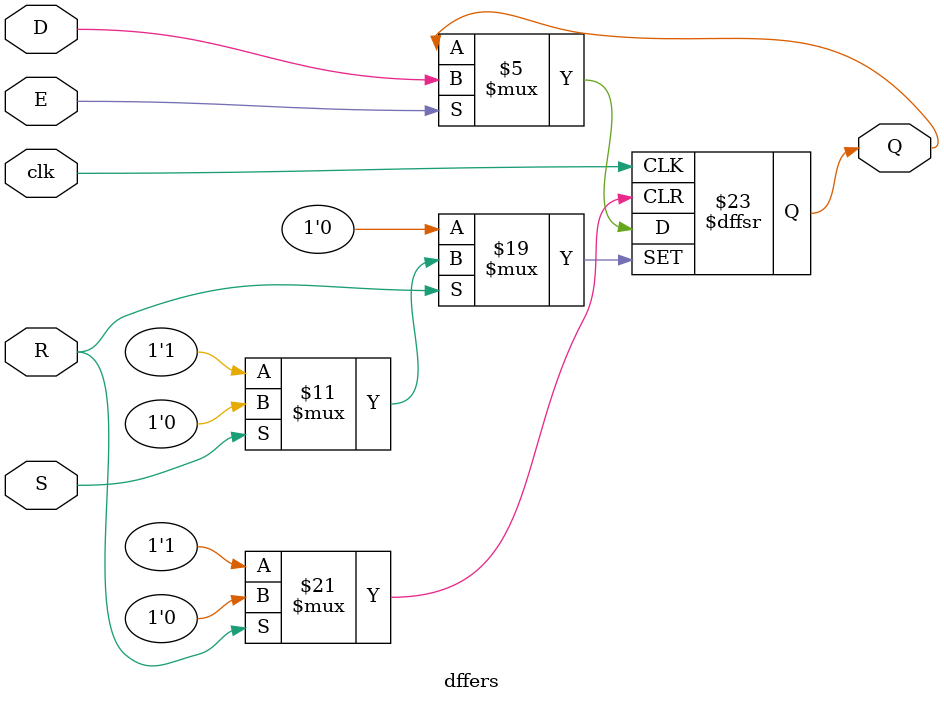
<source format=v>
module dffers(D,clk,E,R,S,Q);
input D;      // Data input 
input clk;    // clock input 
input E;      // enable 
input R;      // reset input 
input S;      // set input 
output Q;     // output Q 

always @(posedge clk or negedge R or negedge S) 

begin
	if (R == 1'b0) begin // reset active low
            Q <= 1'b0;
        end
	else if (S == 1'b0) begin // set active low
            Q <= 1'b1;
        end
	else if (E == 1'b1) begin
            Q <= D; 
        end
end 
endmodule 

</source>
